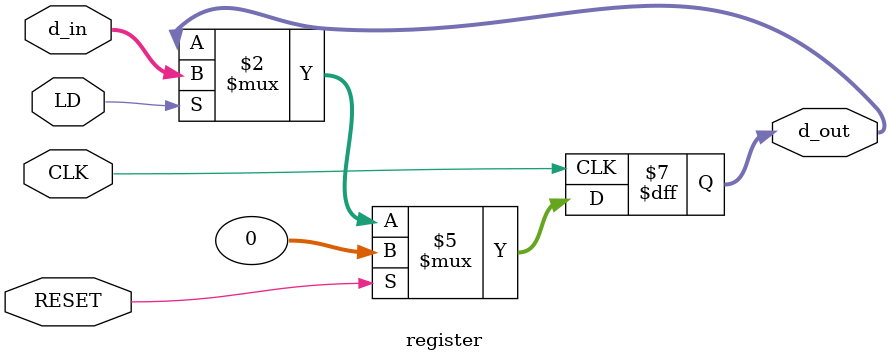
<source format=sv>
module register #(parameter N = 32)
	(input logic [N-1:0] d_in,
	input logic CLK,RESET,LD,
	output logic [N-1:0] d_out);
	
	always_ff @(posedge CLK)
	begin
		if(RESET)
			d_out <= {N{1'b0}};
		else if (LD)
			d_out <= d_in;
	end
endmodule
</source>
